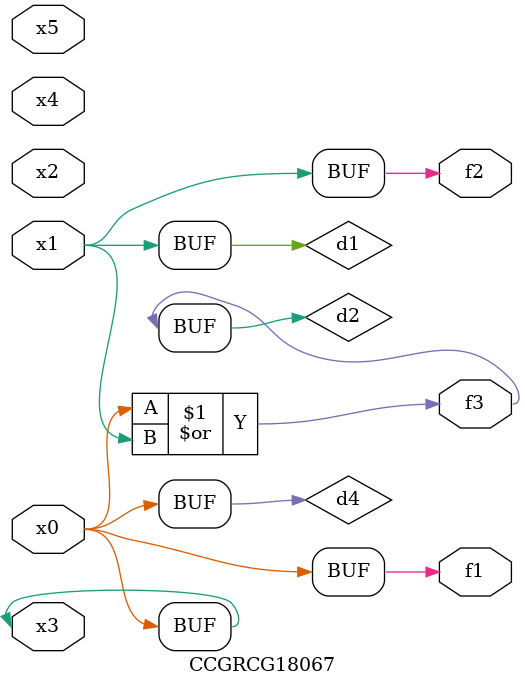
<source format=v>
module CCGRCG18067(
	input x0, x1, x2, x3, x4, x5,
	output f1, f2, f3
);

	wire d1, d2, d3, d4;

	and (d1, x1);
	or (d2, x0, x1);
	nand (d3, x0, x5);
	buf (d4, x0, x3);
	assign f1 = d4;
	assign f2 = d1;
	assign f3 = d2;
endmodule

</source>
